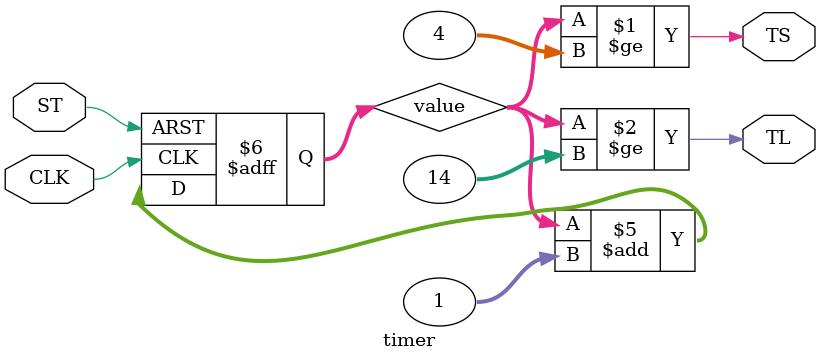
<source format=v>

`timescale 1ns /1ps
module timer(
	output TS, TL,
	input ST, CLK
);
integer value;
assign TS = (value>=4);
assign TL = (value>=14);

always @(posedge ST or posedge CLK)
begin
	if(ST==1)begin value=0; end
	else begin value=value+1; end
end
endmodule

</source>
